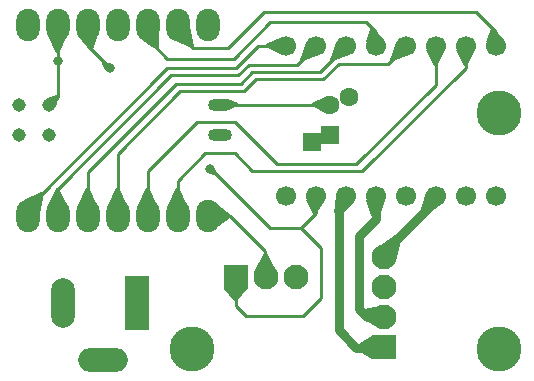
<source format=gbr>
%TF.GenerationSoftware,KiCad,Pcbnew,8.0.6*%
%TF.CreationDate,2024-11-06T21:14:03+01:00*%
%TF.ProjectId,ChocoEF,43686f63-6f45-4462-9e6b-696361645f70,rev?*%
%TF.SameCoordinates,Original*%
%TF.FileFunction,Copper,L1,Top*%
%TF.FilePolarity,Positive*%
%FSLAX46Y46*%
G04 Gerber Fmt 4.6, Leading zero omitted, Abs format (unit mm)*
G04 Created by KiCad (PCBNEW 8.0.6) date 2024-11-06 21:14:03*
%MOMM*%
%LPD*%
G01*
G04 APERTURE LIST*
%TA.AperFunction,ComponentPad*%
%ADD10C,3.800000*%
%TD*%
%TA.AperFunction,ComponentPad*%
%ADD11O,4.200000X2.000000*%
%TD*%
%TA.AperFunction,ComponentPad*%
%ADD12O,2.000000X4.200000*%
%TD*%
%TA.AperFunction,ComponentPad*%
%ADD13R,2.000000X4.600000*%
%TD*%
%TA.AperFunction,SMDPad,CuDef*%
%ADD14O,1.998980X2.748280*%
%TD*%
%TA.AperFunction,SMDPad,CuDef*%
%ADD15O,2.032000X1.016000*%
%TD*%
%TA.AperFunction,SMDPad,CuDef*%
%ADD16C,1.143000*%
%TD*%
%TA.AperFunction,ComponentPad*%
%ADD17R,2.100000X2.100000*%
%TD*%
%TA.AperFunction,ComponentPad*%
%ADD18C,2.100000*%
%TD*%
%TA.AperFunction,ComponentPad*%
%ADD19R,1.600000X1.600000*%
%TD*%
%TA.AperFunction,ComponentPad*%
%ADD20C,1.600000*%
%TD*%
%TA.AperFunction,ComponentPad*%
%ADD21C,1.700000*%
%TD*%
%TA.AperFunction,ViaPad*%
%ADD22C,0.800000*%
%TD*%
%TA.AperFunction,Conductor*%
%ADD23C,0.250000*%
%TD*%
%TA.AperFunction,Conductor*%
%ADD24C,0.750000*%
%TD*%
G04 APERTURE END LIST*
D10*
%TO.P,REF\u002A\u002A,1*%
%TO.N,N/C*%
X89000000Y-90000000D03*
%TD*%
%TO.P,REF\u002A\u002A,1*%
%TO.N,N/C*%
X115000000Y-90000000D03*
%TD*%
%TO.P,REF\u002A\u002A,1*%
%TO.N,N/C*%
X115000000Y-70000000D03*
%TD*%
D11*
%TO.P,J1,3*%
%TO.N,N/C*%
X81428000Y-90865600D03*
D12*
%TO.P,J1,2*%
%TO.N,GND*%
X78028000Y-86065600D03*
D13*
%TO.P,J1,1*%
%TO.N,VCC*%
X84328000Y-86065600D03*
%TD*%
D14*
%TO.P,U1,1,D0*%
%TO.N,DIR*%
X75060490Y-78681290D03*
%TO.P,U1,2,D1*%
%TO.N,STP*%
X77600490Y-78681290D03*
%TO.P,U1,3,D2*%
%TO.N,SLP*%
X80140490Y-78681290D03*
%TO.P,U1,4,D3*%
%TO.N,MS3*%
X82680490Y-78681290D03*
%TO.P,U1,5,D4*%
%TO.N,MS2*%
X85220490Y-78681290D03*
%TO.P,U1,6,D5*%
%TO.N,MS1*%
X87760490Y-78681290D03*
%TO.P,U1,7,D6*%
%TO.N,TS_Data*%
X90300490Y-78681290D03*
%TO.P,U1,8,D7*%
%TO.N,unconnected-(U1-D7-Pad8)*%
X90300490Y-62516730D03*
%TO.P,U1,9,D8*%
%TO.N,EN*%
X87760490Y-62516730D03*
%TO.P,U1,10,D9*%
%TO.N,RST*%
X85220490Y-62516730D03*
%TO.P,U1,11,D10*%
%TO.N,unconnected-(U1-D10-Pad11)*%
X82680490Y-62516730D03*
%TO.P,U1,12,3V3*%
%TO.N,+3.3V*%
X80140490Y-62516730D03*
%TO.P,U1,13,GND*%
%TO.N,GND*%
X77600490Y-62516730D03*
%TO.P,U1,14,5V*%
%TO.N,unconnected-(U1-5V-Pad14)*%
X75060490Y-62516730D03*
D15*
%TO.P,U1,15,5V*%
%TO.N,unconnected-(U1-5V-Pad15)*%
X91378310Y-71814410D03*
%TO.P,U1,16,GND*%
%TO.N,GND*%
X91378310Y-69264410D03*
D16*
%TO.P,U1,17,PA31_SWDIO*%
%TO.N,unconnected-(U1-PA31_SWDIO-Pad17)*%
X74374123Y-71815607D03*
%TO.P,U1,18,PA30_SWCLK*%
%TO.N,unconnected-(U1-PA30_SWCLK-Pad18)*%
X74374123Y-69275607D03*
%TO.P,U1,19,RESET*%
%TO.N,unconnected-(U1-RESET-Pad19)*%
X76914123Y-71815607D03*
%TO.P,U1,20,GND*%
%TO.N,GND*%
X76914123Y-69275607D03*
%TD*%
D17*
%TO.P,J2,1,Pin_1*%
%TO.N,Net-(J2-Pin_1)*%
X105257600Y-89819400D03*
D18*
%TO.P,J2,2,Pin_2*%
%TO.N,Net-(J2-Pin_2)*%
X105257600Y-87279400D03*
%TO.P,J2,3,Pin_3*%
%TO.N,Net-(J2-Pin_3)*%
X105257600Y-84739400D03*
%TO.P,J2,4,Pin_4*%
%TO.N,Net-(J2-Pin_4)*%
X105257600Y-82199400D03*
%TD*%
D17*
%TO.P,J3,1,Pin_1*%
%TO.N,+3.3V*%
X92684600Y-83845400D03*
D18*
%TO.P,J3,2,Pin_2*%
%TO.N,TS_Data*%
X95224600Y-83845400D03*
%TO.P,J3,3,Pin_3*%
%TO.N,GND*%
X97764600Y-83845400D03*
%TD*%
D19*
%TO.P,C1,1*%
%TO.N,VCC*%
X99100000Y-72470937D03*
X100700000Y-71800000D03*
D20*
%TO.P,C1,2*%
%TO.N,GND*%
X100700000Y-69300000D03*
X102300000Y-68629063D03*
%TD*%
D21*
%TO.P,U2,16,DIR*%
%TO.N,DIR*%
X96910000Y-64300000D03*
%TO.P,U2,15,STP*%
%TO.N,STP*%
X99450000Y-64300000D03*
%TO.P,U2,14,SLP*%
%TO.N,SLP*%
X101990000Y-64300000D03*
%TO.P,U2,13,RST*%
%TO.N,RST*%
X104530000Y-64300000D03*
%TO.P,U2,12,MS3*%
%TO.N,MS3*%
X107070000Y-64300000D03*
%TO.P,U2,11,MS2*%
%TO.N,MS2*%
X109610000Y-64300000D03*
%TO.P,U2,10,MS1*%
%TO.N,MS1*%
X112150000Y-64300000D03*
%TO.P,U2,9,EN*%
%TO.N,EN*%
X114690000Y-64300000D03*
%TO.P,U2,8,GND*%
%TO.N,GND*%
X96910000Y-77000000D03*
%TO.P,U2,7,VIO*%
%TO.N,+3.3V*%
X99450000Y-77000000D03*
%TO.P,U2,6,A2*%
%TO.N,Net-(J2-Pin_1)*%
X101990000Y-77000000D03*
%TO.P,U2,5,A1*%
%TO.N,Net-(J2-Pin_2)*%
X104530000Y-77000000D03*
%TO.P,U2,4,B1*%
%TO.N,Net-(J2-Pin_3)*%
X107070000Y-77000000D03*
%TO.P,U2,3,B2*%
%TO.N,Net-(J2-Pin_4)*%
X109610000Y-77000000D03*
%TO.P,U2,2,GND*%
%TO.N,GND*%
X112150000Y-77000000D03*
%TO.P,U2,1,VMOT*%
%TO.N,VCC*%
X114690000Y-77000000D03*
%TD*%
D22*
%TO.N,GND*%
X77600490Y-65600490D03*
%TO.N,+3.3V*%
X82000000Y-66200000D03*
X90500000Y-74700000D03*
%TD*%
D23*
%TO.N,+3.3V*%
X93550000Y-87200000D02*
X92684600Y-86334600D01*
X92684600Y-86334600D02*
X92684600Y-83845400D01*
X99872800Y-85674200D02*
X98347000Y-87200000D01*
X98347000Y-87200000D02*
X93550000Y-87200000D01*
X99872800Y-81372800D02*
X99872800Y-85674200D01*
X98200000Y-79700000D02*
X99872800Y-81372800D01*
%TO.N,TS_Data*%
X95199200Y-81699200D02*
X95199200Y-83870800D01*
X92181290Y-78681290D02*
X95199200Y-81699200D01*
X90740490Y-78681290D02*
X92181290Y-78681290D01*
%TO.N,RST*%
X85220490Y-63720490D02*
X85220490Y-62516730D01*
X86900000Y-65400000D02*
X85220490Y-63720490D01*
X92500000Y-65400000D02*
X86900000Y-65400000D01*
X104530000Y-63130000D02*
X103706200Y-62306200D01*
X95593800Y-62306200D02*
X92500000Y-65400000D01*
X104530000Y-64300000D02*
X104530000Y-63130000D01*
X103706200Y-62306200D02*
X95593800Y-62306200D01*
%TO.N,EN*%
X95108200Y-61391800D02*
X112991800Y-61391800D01*
X114690000Y-63090000D02*
X114690000Y-64300000D01*
X92000000Y-64500000D02*
X95108200Y-61391800D01*
X112991800Y-61391800D02*
X114690000Y-63090000D01*
X89100000Y-64500000D02*
X92000000Y-64500000D01*
X88200490Y-63600490D02*
X89100000Y-64500000D01*
X88200490Y-62516730D02*
X88200490Y-63600490D01*
D24*
%TO.N,Net-(J2-Pin_4)*%
X105257600Y-81711800D02*
X105257600Y-82199400D01*
X109610000Y-77359400D02*
X105257600Y-81711800D01*
X109610000Y-77000000D02*
X109610000Y-77359400D01*
%TO.N,Net-(J2-Pin_2)*%
X103789400Y-87279400D02*
X105257600Y-87279400D01*
X103098600Y-86588600D02*
X103789400Y-87279400D01*
X104530000Y-78985000D02*
X103098600Y-80416400D01*
X104530000Y-77000000D02*
X104530000Y-78985000D01*
X103098600Y-80416400D02*
X103098600Y-86588600D01*
%TO.N,Net-(J2-Pin_1)*%
X102870000Y-89839800D02*
X104902000Y-89839800D01*
X101396800Y-77593200D02*
X101396800Y-88366600D01*
X101990000Y-77000000D02*
X101396800Y-77593200D01*
X101396800Y-88366600D02*
X102870000Y-89839800D01*
D23*
%TO.N,GND*%
X100446733Y-69264410D02*
X100600000Y-69417677D01*
X77600490Y-68589240D02*
X76914123Y-69275607D01*
X91378310Y-69264410D02*
X100446733Y-69264410D01*
X77600490Y-62516730D02*
X77600490Y-68589240D01*
%TO.N,+3.3V*%
X82000000Y-66200000D02*
X80140490Y-64340490D01*
X95600000Y-79700000D02*
X98200000Y-79700000D01*
X90600000Y-74700000D02*
X95600000Y-79700000D01*
X90500000Y-74700000D02*
X90600000Y-74700000D01*
X99450000Y-78450000D02*
X99450000Y-77000000D01*
X98200000Y-79700000D02*
X99450000Y-78450000D01*
X80140490Y-64340490D02*
X80140490Y-62516730D01*
%TO.N,MS1*%
X94100000Y-74900000D02*
X103400000Y-74900000D01*
X90100000Y-73400000D02*
X92600000Y-73400000D01*
X112150000Y-66150000D02*
X112150000Y-64300000D01*
X87760490Y-75739510D02*
X90100000Y-73400000D01*
X92600000Y-73400000D02*
X94100000Y-74900000D01*
X87760490Y-78681290D02*
X87760490Y-75739510D01*
X103400000Y-74900000D02*
X112150000Y-66150000D01*
%TO.N,MS2*%
X109600000Y-67600000D02*
X109600000Y-64310000D01*
X96200000Y-74300000D02*
X102900000Y-74300000D01*
X109600000Y-64310000D02*
X109610000Y-64300000D01*
X85220490Y-78681290D02*
X85220490Y-74879510D01*
X85220490Y-74879510D02*
X89400000Y-70700000D01*
X89400000Y-70700000D02*
X92600000Y-70700000D01*
X102900000Y-74300000D02*
X109600000Y-67600000D01*
X92600000Y-70700000D02*
X96200000Y-74300000D01*
%TO.N,MS3*%
X105570000Y-65800000D02*
X101400000Y-65800000D01*
X82680490Y-73419510D02*
X82680490Y-78681290D01*
X88000000Y-68100000D02*
X82680490Y-73419510D01*
X101400000Y-65800000D02*
X100100000Y-67100000D01*
X107070000Y-64300000D02*
X105570000Y-65800000D01*
X94400000Y-67100000D02*
X93400000Y-68100000D01*
X100100000Y-67100000D02*
X94400000Y-67100000D01*
X93400000Y-68100000D02*
X88000000Y-68100000D01*
%TO.N,SLP*%
X87600000Y-67500000D02*
X93100000Y-67500000D01*
X94100000Y-66500000D02*
X99790000Y-66500000D01*
X99790000Y-66500000D02*
X101990000Y-64300000D01*
X93100000Y-67500000D02*
X94100000Y-66500000D01*
X101990000Y-64300000D02*
X101400000Y-64300000D01*
X80140490Y-78681290D02*
X80140490Y-74959510D01*
X80140490Y-74959510D02*
X87600000Y-67500000D01*
%TO.N,STP*%
X87200000Y-66800000D02*
X92900000Y-66800000D01*
X93800000Y-65900000D02*
X97850000Y-65900000D01*
X92900000Y-66800000D02*
X93800000Y-65900000D01*
X97850000Y-65900000D02*
X99450000Y-64300000D01*
X77600490Y-78681290D02*
X77600490Y-76399510D01*
X77600490Y-76399510D02*
X87200000Y-66800000D01*
%TO.N,DIR*%
X86900000Y-66200000D02*
X92700000Y-66200000D01*
X92700000Y-66200000D02*
X94600000Y-64300000D01*
X94600000Y-64300000D02*
X96910000Y-64300000D01*
X75500490Y-77599510D02*
X86900000Y-66200000D01*
X75500490Y-78681290D02*
X75500490Y-77599510D01*
%TD*%
%TA.AperFunction,Conductor*%
%TO.N,+3.3V*%
G36*
X92692665Y-83852897D02*
G01*
X92693076Y-83853308D01*
X93677240Y-84887665D01*
X93680460Y-84896021D01*
X93677569Y-84903435D01*
X92813096Y-85891405D01*
X92805069Y-85895374D01*
X92804291Y-85895400D01*
X92564909Y-85895400D01*
X92556636Y-85891973D01*
X92556104Y-85891405D01*
X91691629Y-84903433D01*
X91688761Y-84894952D01*
X91691958Y-84887666D01*
X92676124Y-83853307D01*
X92684309Y-83849677D01*
X92692665Y-83852897D01*
G37*
%TD.AperFunction*%
%TD*%
%TA.AperFunction,Conductor*%
%TO.N,TS_Data*%
G36*
X95325431Y-81803879D02*
G01*
X95327496Y-81806673D01*
X95623987Y-82366339D01*
X96188658Y-83432227D01*
X96189503Y-83441142D01*
X96183796Y-83448043D01*
X96182806Y-83448509D01*
X95229087Y-83844536D01*
X95220132Y-83844544D01*
X95220113Y-83844536D01*
X94266105Y-83448390D01*
X94259779Y-83442053D01*
X94259787Y-83433098D01*
X94260110Y-83432386D01*
X95070969Y-81806929D01*
X95077729Y-81801056D01*
X95081439Y-81800452D01*
X95317158Y-81800452D01*
X95325431Y-81803879D01*
G37*
%TD.AperFunction*%
%TD*%
%TA.AperFunction,Conductor*%
%TO.N,TS_Data*%
G36*
X91103404Y-77721108D02*
G01*
X92342626Y-78668351D01*
X92347117Y-78676096D01*
X92344815Y-78684750D01*
X92343793Y-78685918D01*
X92177060Y-78852651D01*
X92175805Y-78853740D01*
X91040055Y-79705114D01*
X91031380Y-79707334D01*
X91023675Y-79702770D01*
X91023489Y-79702514D01*
X90304946Y-78687874D01*
X90302961Y-78679142D01*
X90305454Y-78673685D01*
X91087266Y-77722971D01*
X91095166Y-77718759D01*
X91103404Y-77721108D01*
G37*
%TD.AperFunction*%
%TD*%
%TA.AperFunction,Conductor*%
%TO.N,RST*%
G36*
X85229975Y-62519847D02*
G01*
X86212117Y-62888429D01*
X86218658Y-62894544D01*
X86219700Y-62899772D01*
X86166952Y-64485405D01*
X86163531Y-64493289D01*
X85997023Y-64659797D01*
X85988750Y-64663224D01*
X85981959Y-64661051D01*
X85343943Y-64206253D01*
X84673084Y-63728044D01*
X84668337Y-63720453D01*
X84669244Y-63713634D01*
X85215236Y-62525913D01*
X85221805Y-62519830D01*
X85229975Y-62519847D01*
G37*
%TD.AperFunction*%
%TD*%
%TA.AperFunction,Conductor*%
%TO.N,RST*%
G36*
X104251247Y-62675766D02*
G01*
X104251846Y-62676411D01*
X105123975Y-63690741D01*
X105126770Y-63699247D01*
X105123386Y-63706631D01*
X104536238Y-64295162D01*
X104527969Y-64298599D01*
X104523473Y-64297706D01*
X103754326Y-63978710D01*
X103747997Y-63972376D01*
X103747555Y-63964701D01*
X104066015Y-62846538D01*
X104068992Y-62841475D01*
X104234702Y-62675765D01*
X104242974Y-62672339D01*
X104251247Y-62675766D01*
G37*
%TD.AperFunction*%
%TD*%
%TA.AperFunction,Conductor*%
%TO.N,EN*%
G36*
X114439337Y-62664245D02*
G01*
X114440098Y-62665083D01*
X115284300Y-63690769D01*
X115286911Y-63699334D01*
X115283549Y-63706467D01*
X114696238Y-64295162D01*
X114687969Y-64298599D01*
X114683473Y-64297706D01*
X114103107Y-64057005D01*
X113914521Y-63978791D01*
X113908193Y-63972458D01*
X113907818Y-63964556D01*
X114254277Y-62834687D01*
X114257187Y-62829849D01*
X114422792Y-62664244D01*
X114431064Y-62660818D01*
X114439337Y-62664245D01*
G37*
%TD.AperFunction*%
%TD*%
%TA.AperFunction,Conductor*%
%TO.N,EN*%
G36*
X88756172Y-62220604D02*
G01*
X88761832Y-62227543D01*
X88762166Y-62228979D01*
X89113243Y-64331518D01*
X89111226Y-64340243D01*
X89109976Y-64341718D01*
X88943236Y-64508458D01*
X88934963Y-64511885D01*
X88930046Y-64510802D01*
X87427993Y-63815143D01*
X87421926Y-63808556D01*
X87421595Y-63801552D01*
X87758114Y-62522365D01*
X87763533Y-62515237D01*
X87766061Y-62514138D01*
X88747265Y-62219700D01*
X88756172Y-62220604D01*
G37*
%TD.AperFunction*%
%TD*%
%TA.AperFunction,Conductor*%
%TO.N,Net-(J2-Pin_4)*%
G36*
X108836316Y-76679515D02*
G01*
X108990698Y-76743265D01*
X109608544Y-76998400D01*
X109612360Y-77000950D01*
X110201608Y-77591586D01*
X110205025Y-77599863D01*
X110201588Y-77608132D01*
X110200427Y-77609147D01*
X108896664Y-78604986D01*
X108888009Y-78607284D01*
X108881289Y-78603961D01*
X108363304Y-78085976D01*
X108359877Y-78077703D01*
X108360472Y-78074019D01*
X108515034Y-77608132D01*
X108820745Y-76686644D01*
X108826603Y-76679872D01*
X108835534Y-76679224D01*
X108836316Y-76679515D01*
G37*
%TD.AperFunction*%
%TD*%
%TA.AperFunction,Conductor*%
%TO.N,Net-(J2-Pin_4)*%
G36*
X106156728Y-80296380D02*
G01*
X106675324Y-80814976D01*
X106678751Y-80823249D01*
X106678386Y-80826149D01*
X106242752Y-82528938D01*
X106237381Y-82536104D01*
X106228517Y-82537373D01*
X106227580Y-82537091D01*
X105259967Y-82201174D01*
X105254811Y-82197606D01*
X104602345Y-81413710D01*
X104599687Y-81405159D01*
X104603853Y-81397232D01*
X104604505Y-81396728D01*
X106141641Y-80295142D01*
X106150360Y-80293109D01*
X106156728Y-80296380D01*
G37*
%TD.AperFunction*%
%TD*%
%TA.AperFunction,Conductor*%
%TO.N,Net-(J2-Pin_2)*%
G36*
X104854902Y-86313065D02*
G01*
X104859615Y-86318571D01*
X105256217Y-87275068D01*
X105256220Y-87284022D01*
X105255789Y-87284947D01*
X104786293Y-88187749D01*
X104779436Y-88193508D01*
X104770515Y-88192731D01*
X104769612Y-88192209D01*
X103125104Y-87141010D01*
X103119978Y-87133667D01*
X103121547Y-87124851D01*
X103123127Y-87122884D01*
X103640847Y-86605164D01*
X103646362Y-86602068D01*
X104846055Y-86311680D01*
X104854902Y-86313065D01*
G37*
%TD.AperFunction*%
%TD*%
%TA.AperFunction,Conductor*%
%TO.N,Net-(J2-Pin_2)*%
G36*
X104534489Y-77000865D02*
G01*
X105305560Y-77321235D01*
X105311885Y-77327574D01*
X105312282Y-77335386D01*
X104907493Y-78691646D01*
X104901844Y-78698594D01*
X104896282Y-78700000D01*
X104163718Y-78700000D01*
X104155445Y-78696573D01*
X104152507Y-78691646D01*
X104046561Y-78336672D01*
X103747717Y-77335383D01*
X103748634Y-77326478D01*
X103754438Y-77321235D01*
X104525511Y-77000864D01*
X104534466Y-77000856D01*
X104534489Y-77000865D01*
G37*
%TD.AperFunction*%
%TD*%
%TA.AperFunction,Conductor*%
%TO.N,Net-(J2-Pin_1)*%
G36*
X104214218Y-88836035D02*
G01*
X105249647Y-89810970D01*
X105253321Y-89819136D01*
X105250144Y-89827509D01*
X105249735Y-89827922D01*
X104214127Y-90823627D01*
X104205788Y-90826891D01*
X104199888Y-90825159D01*
X103213170Y-90218226D01*
X103207919Y-90210972D01*
X103207600Y-90208260D01*
X103207600Y-89471230D01*
X103211027Y-89462957D01*
X103213028Y-89461353D01*
X104199926Y-88834675D01*
X104208746Y-88833134D01*
X104214218Y-88836035D01*
G37*
%TD.AperFunction*%
%TD*%
%TA.AperFunction,Conductor*%
%TO.N,Net-(J2-Pin_1)*%
G36*
X101993415Y-77002421D02*
G01*
X102354935Y-77364543D01*
X102582957Y-77592944D01*
X102586377Y-77601220D01*
X102583126Y-77609303D01*
X101775255Y-78452673D01*
X101767057Y-78456277D01*
X101766806Y-78456280D01*
X101034489Y-78456280D01*
X101026216Y-78452853D01*
X101022789Y-78444580D01*
X101022827Y-78443633D01*
X101139128Y-77010740D01*
X101143213Y-77002772D01*
X101150775Y-76999987D01*
X101985141Y-76999005D01*
X101993415Y-77002421D01*
G37*
%TD.AperFunction*%
%TD*%
%TA.AperFunction,Conductor*%
%TO.N,GND*%
G36*
X77718588Y-68420335D02*
G01*
X77722015Y-68428608D01*
X77721630Y-68431584D01*
X77445523Y-69481369D01*
X77440105Y-69488498D01*
X77431232Y-69489708D01*
X77429750Y-69489211D01*
X77331815Y-69448830D01*
X76918617Y-69278459D01*
X76912275Y-69272137D01*
X76912265Y-69272112D01*
X76699849Y-68758326D01*
X76699855Y-68749371D01*
X76706093Y-68743084D01*
X77473301Y-68417835D01*
X77477868Y-68416908D01*
X77710315Y-68416908D01*
X77718588Y-68420335D01*
G37*
%TD.AperFunction*%
%TD*%
%TA.AperFunction,Conductor*%
%TO.N,GND*%
G36*
X100398340Y-68571706D02*
G01*
X100398473Y-68572014D01*
X100699134Y-69295510D01*
X100699144Y-69304463D01*
X100699135Y-69304485D01*
X100699134Y-69304490D01*
X100398686Y-70027473D01*
X100392347Y-70033798D01*
X100383392Y-70033787D01*
X100382609Y-70033427D01*
X99113506Y-69392655D01*
X99107665Y-69385867D01*
X99107079Y-69382211D01*
X99107079Y-69146977D01*
X99110506Y-69138704D01*
X99113976Y-69136308D01*
X100382871Y-68565832D01*
X100391822Y-68565566D01*
X100398340Y-68571706D01*
G37*
%TD.AperFunction*%
%TD*%
%TA.AperFunction,Conductor*%
%TO.N,GND*%
G36*
X91991874Y-68768828D02*
G01*
X92885302Y-69136428D01*
X92891648Y-69142744D01*
X92892549Y-69147247D01*
X92892549Y-69381572D01*
X92889122Y-69389845D01*
X92885301Y-69392392D01*
X91991877Y-69759990D01*
X91982922Y-69759969D01*
X91980010Y-69758220D01*
X91533513Y-69392392D01*
X91388354Y-69273459D01*
X91384127Y-69265566D01*
X91386720Y-69256995D01*
X91388352Y-69255362D01*
X91980012Y-68770598D01*
X91988581Y-68768006D01*
X91991874Y-68768828D01*
G37*
%TD.AperFunction*%
%TD*%
%TA.AperFunction,Conductor*%
%TO.N,GND*%
G36*
X77608282Y-62524571D02*
G01*
X77609218Y-62525507D01*
X78426268Y-63440766D01*
X78429221Y-63449220D01*
X78428023Y-63453754D01*
X77728714Y-64864651D01*
X77721970Y-64870542D01*
X77718231Y-64871155D01*
X77482749Y-64871155D01*
X77474476Y-64867728D01*
X77472266Y-64864651D01*
X76772955Y-63453752D01*
X76772352Y-63444819D01*
X76774709Y-63440768D01*
X77591762Y-62525506D01*
X77599828Y-62521618D01*
X77608282Y-62524571D01*
G37*
%TD.AperFunction*%
%TD*%
%TA.AperFunction,Conductor*%
%TO.N,GND*%
G36*
X77656392Y-65603917D02*
G01*
X77659819Y-65612190D01*
X77656392Y-65620463D01*
X77651578Y-65623367D01*
X77316727Y-65727009D01*
X77307811Y-65726181D01*
X77302091Y-65719291D01*
X77302919Y-65710375D01*
X77307058Y-65705916D01*
X77472641Y-65602272D01*
X77478849Y-65600490D01*
X77648119Y-65600490D01*
X77656392Y-65603917D01*
G37*
%TD.AperFunction*%
%TD*%
%TA.AperFunction,Conductor*%
%TO.N,+3.3V*%
G36*
X81530071Y-65549252D02*
G01*
X82142760Y-65825793D01*
X82148891Y-65832320D01*
X82148767Y-65840909D01*
X82002563Y-66196195D01*
X81996245Y-66202542D01*
X81996195Y-66202563D01*
X81640909Y-66348767D01*
X81631955Y-66348746D01*
X81625793Y-66342760D01*
X81561676Y-66200707D01*
X81399279Y-65840909D01*
X81349252Y-65730071D01*
X81348972Y-65721121D01*
X81351641Y-65716987D01*
X81516986Y-65551642D01*
X81525258Y-65548216D01*
X81530071Y-65549252D01*
G37*
%TD.AperFunction*%
%TD*%
%TA.AperFunction,Conductor*%
%TO.N,+3.3V*%
G36*
X90868979Y-74550868D02*
G01*
X90874646Y-74555881D01*
X90958816Y-74703804D01*
X91189717Y-75109599D01*
X91190830Y-75118483D01*
X91187821Y-75123657D01*
X91022472Y-75289006D01*
X91014199Y-75292433D01*
X91010483Y-75291827D01*
X90358792Y-75073526D01*
X90352035Y-75067649D01*
X90351414Y-75058716D01*
X90351678Y-75058005D01*
X90497437Y-74703802D01*
X90503753Y-74697457D01*
X90860026Y-74550847D01*
X90868979Y-74550868D01*
G37*
%TD.AperFunction*%
%TD*%
%TA.AperFunction,Conductor*%
%TO.N,+3.3V*%
G36*
X100208550Y-77314167D02*
G01*
X100222513Y-77319969D01*
X100228838Y-77326308D01*
X100228829Y-77335263D01*
X100227930Y-77337001D01*
X99369418Y-78702746D01*
X99362113Y-78707926D01*
X99353285Y-78706425D01*
X99351239Y-78704792D01*
X99186427Y-78539980D01*
X99183947Y-78536318D01*
X98669366Y-77336161D01*
X98669256Y-77327208D01*
X98675509Y-77320799D01*
X98675534Y-77320788D01*
X99446222Y-77001152D01*
X99455174Y-77001149D01*
X100208550Y-77314167D01*
G37*
%TD.AperFunction*%
%TD*%
%TA.AperFunction,Conductor*%
%TO.N,+3.3V*%
G36*
X80148034Y-62520820D02*
G01*
X81054837Y-63048035D01*
X81112531Y-63081578D01*
X81117960Y-63088699D01*
X81117743Y-63095412D01*
X80604989Y-64624729D01*
X80602169Y-64629283D01*
X80436450Y-64795002D01*
X80428177Y-64798429D01*
X80419904Y-64795002D01*
X80419150Y-64794173D01*
X79315818Y-63454407D01*
X79313205Y-63445844D01*
X79316119Y-63439184D01*
X80133427Y-62523146D01*
X80141491Y-62519255D01*
X80148034Y-62520820D01*
G37*
%TD.AperFunction*%
%TD*%
%TA.AperFunction,Conductor*%
%TO.N,MS1*%
G36*
X112154489Y-64300865D02*
G01*
X112923892Y-64620542D01*
X112930217Y-64626881D01*
X112930208Y-64635836D01*
X112929950Y-64636413D01*
X112278186Y-65993366D01*
X112271515Y-65999339D01*
X112267639Y-66000000D01*
X112032361Y-66000000D01*
X112024088Y-65996573D01*
X112021814Y-65993366D01*
X111370049Y-64636413D01*
X111369557Y-64627471D01*
X111375530Y-64620800D01*
X111376095Y-64620547D01*
X112145511Y-64300864D01*
X112154466Y-64300856D01*
X112154489Y-64300865D01*
G37*
%TD.AperFunction*%
%TD*%
%TA.AperFunction,Conductor*%
%TO.N,MS1*%
G36*
X87886504Y-76330292D02*
G01*
X87888714Y-76333369D01*
X88588023Y-77744265D01*
X88588627Y-77753200D01*
X88586268Y-77757253D01*
X87769218Y-78672512D01*
X87761152Y-78676401D01*
X87752698Y-78673448D01*
X87751762Y-78672512D01*
X86934711Y-77757253D01*
X86931758Y-77748799D01*
X86932954Y-77744270D01*
X87632266Y-76333368D01*
X87639010Y-76327478D01*
X87642749Y-76326865D01*
X87878231Y-76326865D01*
X87886504Y-76330292D01*
G37*
%TD.AperFunction*%
%TD*%
%TA.AperFunction,Conductor*%
%TO.N,MS2*%
G36*
X109614484Y-64300863D02*
G01*
X110383818Y-64620511D01*
X110390143Y-64626850D01*
X110390134Y-64635805D01*
X110389843Y-64636450D01*
X109728206Y-65991445D01*
X109721496Y-65997375D01*
X109717692Y-65998011D01*
X109482404Y-65998011D01*
X109474131Y-65994584D01*
X109471830Y-65991320D01*
X108829960Y-64636381D01*
X108829515Y-64627437D01*
X108835525Y-64620798D01*
X108836005Y-64620584D01*
X109605511Y-64300864D01*
X109614466Y-64300856D01*
X109614484Y-64300863D01*
G37*
%TD.AperFunction*%
%TD*%
%TA.AperFunction,Conductor*%
%TO.N,MS2*%
G36*
X85346504Y-76330292D02*
G01*
X85348714Y-76333369D01*
X86048023Y-77744265D01*
X86048627Y-77753200D01*
X86046268Y-77757253D01*
X85229218Y-78672512D01*
X85221152Y-78676401D01*
X85212698Y-78673448D01*
X85211762Y-78672512D01*
X84394711Y-77757253D01*
X84391758Y-77748799D01*
X84392954Y-77744270D01*
X85092266Y-76333368D01*
X85099010Y-76327478D01*
X85102749Y-76326865D01*
X85338231Y-76326865D01*
X85346504Y-76330292D01*
G37*
%TD.AperFunction*%
%TD*%
%TA.AperFunction,Conductor*%
%TO.N,MS3*%
G36*
X82806504Y-76330292D02*
G01*
X82808714Y-76333369D01*
X83508023Y-77744265D01*
X83508627Y-77753200D01*
X83506268Y-77757253D01*
X82689218Y-78672512D01*
X82681152Y-78676401D01*
X82672698Y-78673448D01*
X82671762Y-78672512D01*
X81854711Y-77757253D01*
X81851758Y-77748799D01*
X81852954Y-77744270D01*
X82552266Y-76333368D01*
X82559010Y-76327478D01*
X82562749Y-76326865D01*
X82798231Y-76326865D01*
X82806504Y-76330292D01*
G37*
%TD.AperFunction*%
%TD*%
%TA.AperFunction,Conductor*%
%TO.N,MS3*%
G36*
X106296106Y-63979428D02*
G01*
X107066215Y-64297438D01*
X107072552Y-64303761D01*
X107072562Y-64303785D01*
X107390567Y-65073883D01*
X107390558Y-65082838D01*
X107384219Y-65089163D01*
X107383629Y-65089388D01*
X105963251Y-65588031D01*
X105954309Y-65587539D01*
X105951102Y-65585265D01*
X105784734Y-65418897D01*
X105781307Y-65410624D01*
X105781968Y-65406748D01*
X105893461Y-65089163D01*
X106280612Y-63986368D01*
X106286584Y-63979699D01*
X106295526Y-63979207D01*
X106296106Y-63979428D01*
G37*
%TD.AperFunction*%
%TD*%
%TA.AperFunction,Conductor*%
%TO.N,SLP*%
G36*
X101216106Y-63979428D02*
G01*
X101986215Y-64297438D01*
X101992552Y-64303761D01*
X101992562Y-64303785D01*
X102310567Y-65073883D01*
X102310558Y-65082838D01*
X102304219Y-65089163D01*
X102303629Y-65089388D01*
X100883251Y-65588031D01*
X100874309Y-65587539D01*
X100871102Y-65585265D01*
X100704734Y-65418897D01*
X100701307Y-65410624D01*
X100701968Y-65406748D01*
X100813461Y-65089163D01*
X101200612Y-63986368D01*
X101206584Y-63979699D01*
X101215526Y-63979207D01*
X101216106Y-63979428D01*
G37*
%TD.AperFunction*%
%TD*%
%TA.AperFunction,Conductor*%
%TO.N,SLP*%
G36*
X80266504Y-76330292D02*
G01*
X80268714Y-76333369D01*
X80968023Y-77744265D01*
X80968627Y-77753200D01*
X80966268Y-77757253D01*
X80149218Y-78672512D01*
X80141152Y-78676401D01*
X80132698Y-78673448D01*
X80131762Y-78672512D01*
X79314711Y-77757253D01*
X79311758Y-77748799D01*
X79312954Y-77744270D01*
X80012266Y-76333368D01*
X80019010Y-76327478D01*
X80022749Y-76326865D01*
X80258231Y-76326865D01*
X80266504Y-76330292D01*
G37*
%TD.AperFunction*%
%TD*%
%TA.AperFunction,Conductor*%
%TO.N,STP*%
G36*
X98676106Y-63979428D02*
G01*
X99446215Y-64297438D01*
X99452552Y-64303761D01*
X99452562Y-64303785D01*
X99770567Y-65073883D01*
X99770558Y-65082838D01*
X99764219Y-65089163D01*
X99763629Y-65089388D01*
X98343251Y-65588031D01*
X98334309Y-65587539D01*
X98331102Y-65585265D01*
X98164734Y-65418897D01*
X98161307Y-65410624D01*
X98161968Y-65406748D01*
X98273461Y-65089163D01*
X98660612Y-63986368D01*
X98666584Y-63979699D01*
X98675526Y-63979207D01*
X98676106Y-63979428D01*
G37*
%TD.AperFunction*%
%TD*%
%TA.AperFunction,Conductor*%
%TO.N,STP*%
G36*
X77571869Y-76268873D02*
G01*
X77574644Y-76270928D01*
X77738988Y-76435272D01*
X77741071Y-76438100D01*
X78427756Y-77744165D01*
X78428573Y-77753083D01*
X78426124Y-77757407D01*
X77608513Y-78672228D01*
X77600444Y-78676113D01*
X77591992Y-78673155D01*
X77591066Y-78672227D01*
X76774873Y-77757438D01*
X76771923Y-77748985D01*
X76773274Y-77744157D01*
X77556045Y-76273700D01*
X77562956Y-76268011D01*
X77571869Y-76268873D01*
G37*
%TD.AperFunction*%
%TD*%
%TA.AperFunction,Conductor*%
%TO.N,DIR*%
G36*
X96589199Y-63525530D02*
G01*
X96589457Y-63526107D01*
X96909134Y-64295511D01*
X96909143Y-64304466D01*
X96909134Y-64304489D01*
X96589457Y-65073892D01*
X96583118Y-65080217D01*
X96574163Y-65080208D01*
X96573586Y-65079950D01*
X95216634Y-64428186D01*
X95210661Y-64421515D01*
X95210000Y-64417639D01*
X95210000Y-64182360D01*
X95213427Y-64174087D01*
X95216631Y-64171814D01*
X96573586Y-63520048D01*
X96582528Y-63519557D01*
X96589199Y-63525530D01*
G37*
%TD.AperFunction*%
%TD*%
%TA.AperFunction,Conductor*%
%TO.N,DIR*%
G36*
X76244220Y-76690545D02*
G01*
X76410964Y-76857289D01*
X76414391Y-76865562D01*
X76414230Y-76867495D01*
X76062172Y-78969372D01*
X76057426Y-78976965D01*
X76048700Y-78978978D01*
X76047267Y-78978644D01*
X75066068Y-78683885D01*
X75059130Y-78678223D01*
X75058119Y-78675655D01*
X74722472Y-77396104D01*
X74723687Y-77387232D01*
X74728877Y-77382517D01*
X76231041Y-76688197D01*
X76239986Y-76687837D01*
X76244220Y-76690545D01*
G37*
%TD.AperFunction*%
%TD*%
M02*

</source>
